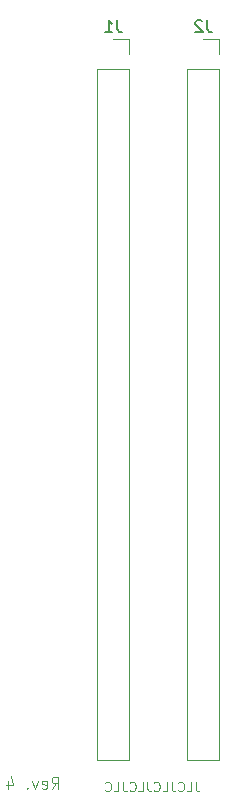
<source format=gbr>
G04 #@! TF.GenerationSoftware,KiCad,Pcbnew,7.0.11+dfsg-1build4*
G04 #@! TF.CreationDate,2024-11-01T17:03:30+09:00*
G04 #@! TF.ProjectId,bionic-mc68hc11a,62696f6e-6963-42d6-9d63-363868633131,4*
G04 #@! TF.SameCoordinates,Original*
G04 #@! TF.FileFunction,Legend,Bot*
G04 #@! TF.FilePolarity,Positive*
%FSLAX46Y46*%
G04 Gerber Fmt 4.6, Leading zero omitted, Abs format (unit mm)*
G04 Created by KiCad (PCBNEW 7.0.11+dfsg-1build4) date 2024-11-01 17:03:30*
%MOMM*%
%LPD*%
G01*
G04 APERTURE LIST*
%ADD10C,0.100000*%
%ADD11C,0.125000*%
%ADD12C,0.150000*%
%ADD13C,0.120000*%
G04 APERTURE END LIST*
D10*
X118157238Y-136660895D02*
X118157238Y-137232323D01*
X118157238Y-137232323D02*
X118195333Y-137346609D01*
X118195333Y-137346609D02*
X118271524Y-137422800D01*
X118271524Y-137422800D02*
X118385809Y-137460895D01*
X118385809Y-137460895D02*
X118462000Y-137460895D01*
X117395333Y-137460895D02*
X117776285Y-137460895D01*
X117776285Y-137460895D02*
X117776285Y-136660895D01*
X116671523Y-137384704D02*
X116709619Y-137422800D01*
X116709619Y-137422800D02*
X116823904Y-137460895D01*
X116823904Y-137460895D02*
X116900095Y-137460895D01*
X116900095Y-137460895D02*
X117014381Y-137422800D01*
X117014381Y-137422800D02*
X117090571Y-137346609D01*
X117090571Y-137346609D02*
X117128666Y-137270419D01*
X117128666Y-137270419D02*
X117166762Y-137118038D01*
X117166762Y-137118038D02*
X117166762Y-137003752D01*
X117166762Y-137003752D02*
X117128666Y-136851371D01*
X117128666Y-136851371D02*
X117090571Y-136775180D01*
X117090571Y-136775180D02*
X117014381Y-136698990D01*
X117014381Y-136698990D02*
X116900095Y-136660895D01*
X116900095Y-136660895D02*
X116823904Y-136660895D01*
X116823904Y-136660895D02*
X116709619Y-136698990D01*
X116709619Y-136698990D02*
X116671523Y-136737085D01*
X116100095Y-136660895D02*
X116100095Y-137232323D01*
X116100095Y-137232323D02*
X116138190Y-137346609D01*
X116138190Y-137346609D02*
X116214381Y-137422800D01*
X116214381Y-137422800D02*
X116328666Y-137460895D01*
X116328666Y-137460895D02*
X116404857Y-137460895D01*
X115338190Y-137460895D02*
X115719142Y-137460895D01*
X115719142Y-137460895D02*
X115719142Y-136660895D01*
X114614380Y-137384704D02*
X114652476Y-137422800D01*
X114652476Y-137422800D02*
X114766761Y-137460895D01*
X114766761Y-137460895D02*
X114842952Y-137460895D01*
X114842952Y-137460895D02*
X114957238Y-137422800D01*
X114957238Y-137422800D02*
X115033428Y-137346609D01*
X115033428Y-137346609D02*
X115071523Y-137270419D01*
X115071523Y-137270419D02*
X115109619Y-137118038D01*
X115109619Y-137118038D02*
X115109619Y-137003752D01*
X115109619Y-137003752D02*
X115071523Y-136851371D01*
X115071523Y-136851371D02*
X115033428Y-136775180D01*
X115033428Y-136775180D02*
X114957238Y-136698990D01*
X114957238Y-136698990D02*
X114842952Y-136660895D01*
X114842952Y-136660895D02*
X114766761Y-136660895D01*
X114766761Y-136660895D02*
X114652476Y-136698990D01*
X114652476Y-136698990D02*
X114614380Y-136737085D01*
X114042952Y-136660895D02*
X114042952Y-137232323D01*
X114042952Y-137232323D02*
X114081047Y-137346609D01*
X114081047Y-137346609D02*
X114157238Y-137422800D01*
X114157238Y-137422800D02*
X114271523Y-137460895D01*
X114271523Y-137460895D02*
X114347714Y-137460895D01*
X113281047Y-137460895D02*
X113661999Y-137460895D01*
X113661999Y-137460895D02*
X113661999Y-136660895D01*
X112557237Y-137384704D02*
X112595333Y-137422800D01*
X112595333Y-137422800D02*
X112709618Y-137460895D01*
X112709618Y-137460895D02*
X112785809Y-137460895D01*
X112785809Y-137460895D02*
X112900095Y-137422800D01*
X112900095Y-137422800D02*
X112976285Y-137346609D01*
X112976285Y-137346609D02*
X113014380Y-137270419D01*
X113014380Y-137270419D02*
X113052476Y-137118038D01*
X113052476Y-137118038D02*
X113052476Y-137003752D01*
X113052476Y-137003752D02*
X113014380Y-136851371D01*
X113014380Y-136851371D02*
X112976285Y-136775180D01*
X112976285Y-136775180D02*
X112900095Y-136698990D01*
X112900095Y-136698990D02*
X112785809Y-136660895D01*
X112785809Y-136660895D02*
X112709618Y-136660895D01*
X112709618Y-136660895D02*
X112595333Y-136698990D01*
X112595333Y-136698990D02*
X112557237Y-136737085D01*
X111985809Y-136660895D02*
X111985809Y-137232323D01*
X111985809Y-137232323D02*
X112023904Y-137346609D01*
X112023904Y-137346609D02*
X112100095Y-137422800D01*
X112100095Y-137422800D02*
X112214380Y-137460895D01*
X112214380Y-137460895D02*
X112290571Y-137460895D01*
X111223904Y-137460895D02*
X111604856Y-137460895D01*
X111604856Y-137460895D02*
X111604856Y-136660895D01*
X110500094Y-137384704D02*
X110538190Y-137422800D01*
X110538190Y-137422800D02*
X110652475Y-137460895D01*
X110652475Y-137460895D02*
X110728666Y-137460895D01*
X110728666Y-137460895D02*
X110842952Y-137422800D01*
X110842952Y-137422800D02*
X110919142Y-137346609D01*
X110919142Y-137346609D02*
X110957237Y-137270419D01*
X110957237Y-137270419D02*
X110995333Y-137118038D01*
X110995333Y-137118038D02*
X110995333Y-137003752D01*
X110995333Y-137003752D02*
X110957237Y-136851371D01*
X110957237Y-136851371D02*
X110919142Y-136775180D01*
X110919142Y-136775180D02*
X110842952Y-136698990D01*
X110842952Y-136698990D02*
X110728666Y-136660895D01*
X110728666Y-136660895D02*
X110652475Y-136660895D01*
X110652475Y-136660895D02*
X110538190Y-136698990D01*
X110538190Y-136698990D02*
X110500094Y-136737085D01*
D11*
X105950240Y-137258119D02*
X106283573Y-136781928D01*
X106521668Y-137258119D02*
X106521668Y-136258119D01*
X106521668Y-136258119D02*
X106140716Y-136258119D01*
X106140716Y-136258119D02*
X106045478Y-136305738D01*
X106045478Y-136305738D02*
X105997859Y-136353357D01*
X105997859Y-136353357D02*
X105950240Y-136448595D01*
X105950240Y-136448595D02*
X105950240Y-136591452D01*
X105950240Y-136591452D02*
X105997859Y-136686690D01*
X105997859Y-136686690D02*
X106045478Y-136734309D01*
X106045478Y-136734309D02*
X106140716Y-136781928D01*
X106140716Y-136781928D02*
X106521668Y-136781928D01*
X105140716Y-137210500D02*
X105235954Y-137258119D01*
X105235954Y-137258119D02*
X105426430Y-137258119D01*
X105426430Y-137258119D02*
X105521668Y-137210500D01*
X105521668Y-137210500D02*
X105569287Y-137115261D01*
X105569287Y-137115261D02*
X105569287Y-136734309D01*
X105569287Y-136734309D02*
X105521668Y-136639071D01*
X105521668Y-136639071D02*
X105426430Y-136591452D01*
X105426430Y-136591452D02*
X105235954Y-136591452D01*
X105235954Y-136591452D02*
X105140716Y-136639071D01*
X105140716Y-136639071D02*
X105093097Y-136734309D01*
X105093097Y-136734309D02*
X105093097Y-136829547D01*
X105093097Y-136829547D02*
X105569287Y-136924785D01*
X104759763Y-136591452D02*
X104521668Y-137258119D01*
X104521668Y-137258119D02*
X104283573Y-136591452D01*
X103902620Y-137162880D02*
X103855001Y-137210500D01*
X103855001Y-137210500D02*
X103902620Y-137258119D01*
X103902620Y-137258119D02*
X103950239Y-137210500D01*
X103950239Y-137210500D02*
X103902620Y-137162880D01*
X103902620Y-137162880D02*
X103902620Y-137258119D01*
X102235954Y-136591452D02*
X102235954Y-137258119D01*
X102474049Y-136210500D02*
X102712144Y-136924785D01*
X102712144Y-136924785D02*
X102093097Y-136924785D01*
D12*
X119113333Y-72204819D02*
X119113333Y-72919104D01*
X119113333Y-72919104D02*
X119160952Y-73061961D01*
X119160952Y-73061961D02*
X119256190Y-73157200D01*
X119256190Y-73157200D02*
X119399047Y-73204819D01*
X119399047Y-73204819D02*
X119494285Y-73204819D01*
X118684761Y-72300057D02*
X118637142Y-72252438D01*
X118637142Y-72252438D02*
X118541904Y-72204819D01*
X118541904Y-72204819D02*
X118303809Y-72204819D01*
X118303809Y-72204819D02*
X118208571Y-72252438D01*
X118208571Y-72252438D02*
X118160952Y-72300057D01*
X118160952Y-72300057D02*
X118113333Y-72395295D01*
X118113333Y-72395295D02*
X118113333Y-72490533D01*
X118113333Y-72490533D02*
X118160952Y-72633390D01*
X118160952Y-72633390D02*
X118732380Y-73204819D01*
X118732380Y-73204819D02*
X118113333Y-73204819D01*
X111493333Y-72204819D02*
X111493333Y-72919104D01*
X111493333Y-72919104D02*
X111540952Y-73061961D01*
X111540952Y-73061961D02*
X111636190Y-73157200D01*
X111636190Y-73157200D02*
X111779047Y-73204819D01*
X111779047Y-73204819D02*
X111874285Y-73204819D01*
X110493333Y-73204819D02*
X111064761Y-73204819D01*
X110779047Y-73204819D02*
X110779047Y-72204819D01*
X110779047Y-72204819D02*
X110874285Y-72347676D01*
X110874285Y-72347676D02*
X110969523Y-72442914D01*
X110969523Y-72442914D02*
X111064761Y-72490533D01*
D13*
X120110000Y-134830000D02*
X117450000Y-134830000D01*
X120110000Y-76350000D02*
X120110000Y-134830000D01*
X120110000Y-76350000D02*
X117450000Y-76350000D01*
X120110000Y-75080000D02*
X120110000Y-73750000D01*
X120110000Y-73750000D02*
X118780000Y-73750000D01*
X117450000Y-76350000D02*
X117450000Y-134830000D01*
X112490000Y-134830000D02*
X109830000Y-134830000D01*
X112490000Y-76350000D02*
X112490000Y-134830000D01*
X112490000Y-76350000D02*
X109830000Y-76350000D01*
X112490000Y-75080000D02*
X112490000Y-73750000D01*
X112490000Y-73750000D02*
X111160000Y-73750000D01*
X109830000Y-76350000D02*
X109830000Y-134830000D01*
M02*

</source>
